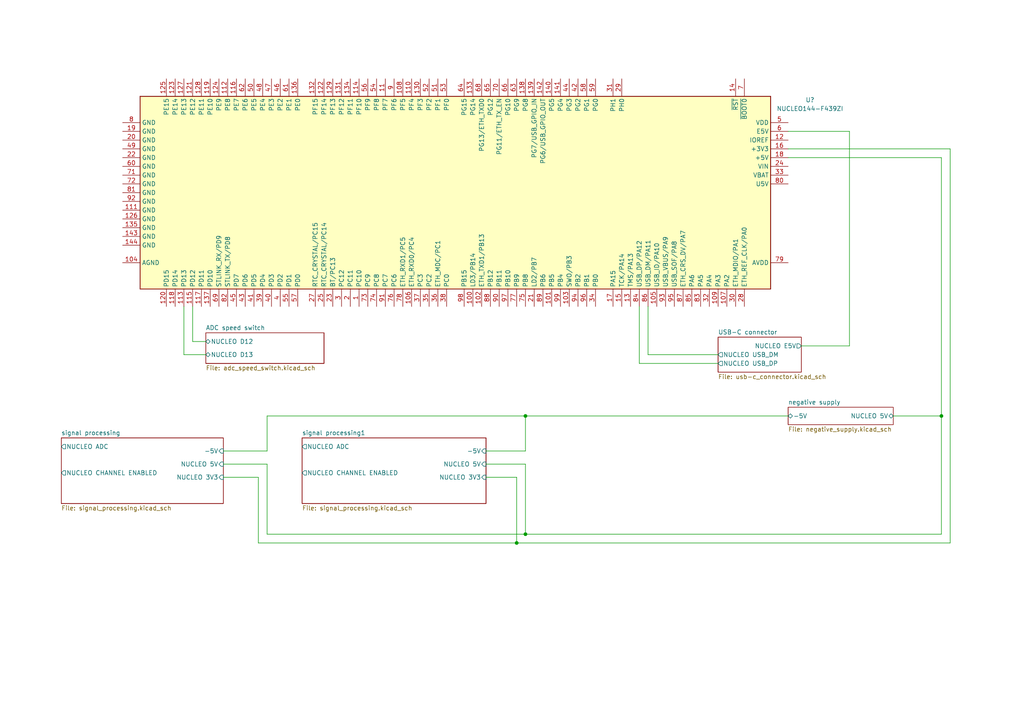
<source format=kicad_sch>
(kicad_sch (version 20211123) (generator eeschema)
  (paper "A4")
  (lib_symbols
    (symbol "MCU_Module:NUCLEO144-F439ZI"
      (property "Reference" "U" (at -22.86 94.615 0))
      (property "Value" "NUCLEO144-F439ZI" (at -22.86 92.71 0))
      (symbol "NUCLEO144-F439ZI_0_1"
        (rectangle (start -27.94 -91.44) (end 27.94 91.44) (stroke (width 0.254)) (fill (type background)))
      )
      (symbol "NUCLEO144-F439ZI_1_1"
        (pin bidirectional line (at 33.02 -27.94 180) (length 5.08) (name "PC10") (number "1"))
        (pin no_connect line (at -33.02 55.88 0) (length 5.08) hide (name "NC") (number "10"))
        (pin bidirectional line (at 33.02 5.08 180) (length 5.08) (name "LD3/PB14") (number "100"))
        (pin bidirectional line (at 33.02 27.94 180) (length 5.08) (name "PB5") (number "101"))
        (pin bidirectional line (at 33.02 7.62 180) (length 5.08) (name "ETH_TXD1/PB13") (number "102"))
        (pin bidirectional line (at 33.02 33.02 180) (length 5.08) (name "SWO/PB3") (number "103"))
        (pin power_in line (at 20.32 -96.52 90) (length 5.08) (name "AGND") (number "104"))
        (pin bidirectional line (at 33.02 58.42 180) (length 5.08) (name "USB_ID/PA10") (number "105"))
        (pin bidirectional line (at 33.02 -12.7 180) (length 5.08) (name "ETH_RXD0/PC4") (number "106"))
        (pin bidirectional line (at 33.02 78.74 180) (length 5.08) (name "PA2") (number "107"))
        (pin bidirectional line (at -33.02 -15.24 0) (length 5.08) (name "PF5") (number "108"))
        (pin bidirectional line (at 33.02 76.2 180) (length 5.08) (name "PA3") (number "109"))
        (pin bidirectional line (at -33.02 -20.32 0) (length 5.08) (name "PF7") (number "11"))
        (pin bidirectional line (at -33.02 -12.7 0) (length 5.08) (name "PF4") (number "110"))
        (pin power_in line (at 5.08 -96.52 90) (length 5.08) (name "GND") (number "111"))
        (pin bidirectional line (at -33.02 -66.04 0) (length 5.08) (name "PE8") (number "112"))
        (pin bidirectional line (at 33.02 -78.74 180) (length 5.08) (name "PD13") (number "113"))
        (pin bidirectional line (at -33.02 -27.94 0) (length 5.08) (name "PF10") (number "114"))
        (pin bidirectional line (at 33.02 -76.2 180) (length 5.08) (name "PD12") (number "115"))
        (pin bidirectional line (at -33.02 -63.5 0) (length 5.08) (name "PE7") (number "116"))
        (pin bidirectional line (at 33.02 -73.66 180) (length 5.08) (name "PD11") (number "117"))
        (pin bidirectional line (at 33.02 -81.28 180) (length 5.08) (name "PD14") (number "118"))
        (pin bidirectional line (at -33.02 -71.12 0) (length 5.08) (name "PE10") (number "119"))
        (pin power_in line (at -15.24 96.52 270) (length 5.08) (name "IOREF") (number "12"))
        (pin bidirectional line (at 33.02 -83.82 180) (length 5.08) (name "PD15") (number "120"))
        (pin bidirectional line (at -33.02 -76.2 0) (length 5.08) (name "PE12") (number "121"))
        (pin bidirectional line (at -33.02 -38.1 0) (length 5.08) (name "PF14") (number "122"))
        (pin bidirectional line (at -33.02 -81.28 0) (length 5.08) (name "PE14") (number "123"))
        (pin bidirectional line (at -33.02 -68.58 0) (length 5.08) (name "PE9") (number "124"))
        (pin bidirectional line (at -33.02 -83.82 0) (length 5.08) (name "PE15") (number "125"))
        (pin power_in line (at 7.62 -96.52 90) (length 5.08) (name "GND") (number "126"))
        (pin bidirectional line (at -33.02 -78.74 0) (length 5.08) (name "PE13") (number "127"))
        (pin bidirectional line (at -33.02 -73.66 0) (length 5.08) (name "PE11") (number "128"))
        (pin bidirectional line (at -33.02 -35.56 0) (length 5.08) (name "PF13") (number "129"))
        (pin bidirectional line (at 33.02 50.8 180) (length 5.08) (name "TMS/PA13") (number "13"))
        (pin bidirectional line (at -33.02 -10.16 0) (length 5.08) (name "PF3") (number "130"))
        (pin bidirectional line (at -33.02 -33.02 0) (length 5.08) (name "PF12") (number "131"))
        (pin bidirectional line (at -33.02 -40.64 0) (length 5.08) (name "PF15") (number "132"))
        (pin bidirectional line (at -33.02 5.08 0) (length 5.08) (name "PG14") (number "133"))
        (pin bidirectional line (at -33.02 -30.48 0) (length 5.08) (name "PF11") (number "134"))
        (pin power_in line (at 10.16 -96.52 90) (length 5.08) (name "GND") (number "135"))
        (pin bidirectional line (at -33.02 -45.72 0) (length 5.08) (name "PE0") (number "136"))
        (pin bidirectional line (at 33.02 -71.12 180) (length 5.08) (name "PD10") (number "137"))
        (pin bidirectional line (at -33.02 20.32 0) (length 5.08) (name "PG8") (number "138"))
        (pin bidirectional line (at -33.02 22.86 0) (length 5.08) (name "PG7/USB_GPIO_IN") (number "139"))
        (pin input line (at -33.02 81.28 0) (length 5.08) (name "~{RST}") (number "14"))
        (pin bidirectional line (at -33.02 27.94 0) (length 5.08) (name "PG5") (number "140"))
        (pin bidirectional line (at -33.02 30.48 0) (length 5.08) (name "PG4") (number "141"))
        (pin bidirectional line (at -33.02 25.4 0) (length 5.08) (name "PG6/USB_GPIO_OUT") (number "142"))
        (pin power_in line (at 12.7 -96.52 90) (length 5.08) (name "GND") (number "143"))
        (pin power_in line (at 15.24 -96.52 90) (length 5.08) (name "GND") (number "144"))
        (pin bidirectional line (at 33.02 48.26 180) (length 5.08) (name "TCK/PA14") (number "15"))
        (pin power_in line (at -12.7 96.52 270) (length 5.08) (name "+3V3") (number "16"))
        (pin bidirectional line (at 33.02 45.72 180) (length 5.08) (name "PA15") (number "17"))
        (pin power_in line (at -10.16 96.52 270) (length 5.08) (name "+5V") (number "18"))
        (pin power_in line (at -17.78 -96.52 90) (length 5.08) (name "GND") (number "19"))
        (pin bidirectional line (at 33.02 -30.48 180) (length 5.08) (name "PC11") (number "2"))
        (pin power_in line (at -15.24 -96.52 90) (length 5.08) (name "GND") (number "20"))
        (pin bidirectional line (at 33.02 22.86 180) (length 5.08) (name "LD2/PB7") (number "21"))
        (pin power_in line (at -10.16 -96.52 90) (length 5.08) (name "GND") (number "22"))
        (pin bidirectional line (at 33.02 -35.56 180) (length 5.08) (name "BT/PC13") (number "23"))
        (pin power_in line (at -7.62 96.52 270) (length 5.08) (name "VIN") (number "24"))
        (pin bidirectional line (at 33.02 -38.1 180) (length 5.08) (name "RTC_CRYSTAL/PC14") (number "25"))
        (pin no_connect line (at -33.02 58.42 0) (length 5.08) hide (name "NC") (number "26"))
        (pin bidirectional line (at 33.02 -40.64 180) (length 5.08) (name "RTC_CRYSTAL/PC15") (number "27"))
        (pin bidirectional line (at 33.02 83.82 180) (length 5.08) (name "ETH_REF_CLK/PA0") (number "28"))
        (pin bidirectional line (at -33.02 48.26 0) (length 5.08) (name "PH0") (number "29"))
        (pin bidirectional line (at 33.02 -33.02 180) (length 5.08) (name "PC12") (number "3"))
        (pin bidirectional line (at 33.02 81.28 180) (length 5.08) (name "ETH_MDIO/PA1") (number "30"))
        (pin bidirectional line (at -33.02 45.72 0) (length 5.08) (name "PH1") (number "31"))
        (pin bidirectional line (at 33.02 73.66 180) (length 5.08) (name "PA4") (number "32"))
        (pin power_in line (at -5.08 96.52 270) (length 5.08) (name "VBAT") (number "33"))
        (pin bidirectional line (at 33.02 40.64 180) (length 5.08) (name "PB0") (number "34"))
        (pin bidirectional line (at 33.02 -7.62 180) (length 5.08) (name "PC2") (number "35"))
        (pin bidirectional line (at 33.02 -5.08 180) (length 5.08) (name "ETH_MDC/PC1") (number "36"))
        (pin bidirectional line (at 33.02 -10.16 180) (length 5.08) (name "PC3") (number "37"))
        (pin bidirectional line (at 33.02 -2.54 180) (length 5.08) (name "PC0") (number "38"))
        (pin bidirectional line (at 33.02 -55.88 180) (length 5.08) (name "PD4") (number "39"))
        (pin bidirectional line (at 33.02 -50.8 180) (length 5.08) (name "PD2") (number "4"))
        (pin bidirectional line (at 33.02 -53.34 180) (length 5.08) (name "PD3") (number "40"))
        (pin bidirectional line (at 33.02 -58.42 180) (length 5.08) (name "PD5") (number "41"))
        (pin bidirectional line (at -33.02 35.56 0) (length 5.08) (name "PG2") (number "42"))
        (pin bidirectional line (at 33.02 -60.96 180) (length 5.08) (name "PD6") (number "43"))
        (pin bidirectional line (at -33.02 33.02 0) (length 5.08) (name "PG3") (number "44"))
        (pin bidirectional line (at 33.02 -63.5 180) (length 5.08) (name "PD7") (number "45"))
        (pin bidirectional line (at -33.02 -50.8 0) (length 5.08) (name "PE2") (number "46"))
        (pin bidirectional line (at -33.02 -53.34 0) (length 5.08) (name "PE3") (number "47"))
        (pin bidirectional line (at -33.02 -55.88 0) (length 5.08) (name "PE4") (number "48"))
        (pin power_in line (at -12.7 -96.52 90) (length 5.08) (name "GND") (number "49"))
        (pin power_in line (at -20.32 96.52 270) (length 5.08) (name "VDD") (number "5"))
        (pin bidirectional line (at -33.02 -58.42 0) (length 5.08) (name "PE5") (number "50"))
        (pin bidirectional line (at -33.02 -5.08 0) (length 5.08) (name "PF1") (number "51"))
        (pin bidirectional line (at -33.02 -7.62 0) (length 5.08) (name "PF2") (number "52"))
        (pin bidirectional line (at -33.02 -2.54 0) (length 5.08) (name "PF0") (number "53"))
        (pin bidirectional line (at -33.02 -22.86 0) (length 5.08) (name "PF8") (number "54"))
        (pin bidirectional line (at 33.02 -48.26 180) (length 5.08) (name "PD1") (number "55"))
        (pin bidirectional line (at -33.02 -25.4 0) (length 5.08) (name "PF9") (number "56"))
        (pin bidirectional line (at 33.02 -45.72 180) (length 5.08) (name "PD0") (number "57"))
        (pin bidirectional line (at -33.02 38.1 0) (length 5.08) (name "PG1") (number "58"))
        (pin bidirectional line (at -33.02 40.64 0) (length 5.08) (name "PG0") (number "59"))
        (pin power_in line (at -17.78 96.52 270) (length 5.08) (name "E5V") (number "6"))
        (pin power_in line (at -7.62 -96.52 90) (length 5.08) (name "GND") (number "60"))
        (pin bidirectional line (at -33.02 -48.26 0) (length 5.08) (name "PE1") (number "61"))
        (pin bidirectional line (at -33.02 -60.96 0) (length 5.08) (name "PE6") (number "62"))
        (pin bidirectional line (at -33.02 17.78 0) (length 5.08) (name "PG9") (number "63"))
        (pin bidirectional line (at -33.02 2.54 0) (length 5.08) (name "PG15") (number "64"))
        (pin bidirectional line (at -33.02 10.16 0) (length 5.08) (name "PG12") (number "65"))
        (pin bidirectional line (at -33.02 15.24 0) (length 5.08) (name "PG10") (number "66"))
        (pin no_connect line (at -33.02 53.34 0) (length 5.08) hide (name "NC") (number "67"))
        (pin bidirectional line (at -33.02 7.62 0) (length 5.08) (name "PG13/ETH_TXD0") (number "68"))
        (pin bidirectional line (at 33.02 -68.58 180) (length 5.08) (name "STLINK_RX/PD9") (number "69"))
        (pin input line (at -33.02 83.82 0) (length 5.08) (name "~{BOOT0}") (number "7"))
        (pin bidirectional line (at -33.02 12.7 0) (length 5.08) (name "PG11/ETH_TX_EN") (number "70"))
        (pin power_in line (at -5.08 -96.52 90) (length 5.08) (name "GND") (number "71"))
        (pin power_in line (at -2.54 -96.52 90) (length 5.08) (name "GND") (number "72"))
        (pin bidirectional line (at 33.02 -25.4 180) (length 5.08) (name "PC9") (number "73"))
        (pin bidirectional line (at 33.02 -22.86 180) (length 5.08) (name "PC8") (number "74"))
        (pin bidirectional line (at 33.02 20.32 180) (length 5.08) (name "PB8") (number "75"))
        (pin bidirectional line (at 33.02 -17.78 180) (length 5.08) (name "PC6") (number "76"))
        (pin bidirectional line (at 33.02 17.78 180) (length 5.08) (name "PB9") (number "77"))
        (pin bidirectional line (at 33.02 -15.24 180) (length 5.08) (name "ETH_RXD1/PC5") (number "78"))
        (pin power_in line (at 20.32 96.52 270) (length 5.08) (name "AVDD") (number "79"))
        (pin power_in line (at -20.32 -96.52 90) (length 5.08) (name "GND") (number "8"))
        (pin power_in line (at -2.54 96.52 270) (length 5.08) (name "U5V") (number "80"))
        (pin power_in line (at 0 -96.52 90) (length 5.08) (name "GND") (number "81"))
        (pin bidirectional line (at 33.02 -66.04 180) (length 5.08) (name "STLINK_TX/PD8") (number "82"))
        (pin bidirectional line (at 33.02 71.12 180) (length 5.08) (name "PA5") (number "83"))
        (pin bidirectional line (at 33.02 53.34 180) (length 5.08) (name "USB_DP/PA12") (number "84"))
        (pin bidirectional line (at 33.02 68.58 180) (length 5.08) (name "PA6") (number "85"))
        (pin bidirectional line (at 33.02 55.88 180) (length 5.08) (name "USB_DM/PA11") (number "86"))
        (pin bidirectional line (at 33.02 66.04 180) (length 5.08) (name "ETH_CRS_DV/PA7") (number "87"))
        (pin bidirectional line (at 33.02 10.16 180) (length 5.08) (name "PB12") (number "88"))
        (pin bidirectional line (at 33.02 25.4 180) (length 5.08) (name "PB6") (number "89"))
        (pin bidirectional line (at -33.02 -17.78 0) (length 5.08) (name "PF6") (number "9"))
        (pin bidirectional line (at 33.02 12.7 180) (length 5.08) (name "PB11") (number "90"))
        (pin bidirectional line (at 33.02 -20.32 180) (length 5.08) (name "PC7") (number "91"))
        (pin power_in line (at 2.54 -96.52 90) (length 5.08) (name "GND") (number "92"))
        (pin bidirectional line (at 33.02 60.96 180) (length 5.08) (name "USB_VBUS/PA9") (number "93"))
        (pin bidirectional line (at 33.02 35.56 180) (length 5.08) (name "PB2") (number "94"))
        (pin bidirectional line (at 33.02 63.5 180) (length 5.08) (name "USB_SOF/PA8") (number "95"))
        (pin bidirectional line (at 33.02 38.1 180) (length 5.08) (name "PB1") (number "96"))
        (pin bidirectional line (at 33.02 15.24 180) (length 5.08) (name "PB10") (number "97"))
        (pin bidirectional line (at 33.02 2.54 180) (length 5.08) (name "PB15") (number "98"))
        (pin bidirectional line (at 33.02 30.48 180) (length 5.08) (name "PB4") (number "99"))
      )
    )
  )
  (junction (at 152.4 154.94))
  (junction (at 152.4 120.65))
  (junction (at 149.86 157.48))
  (junction (at 273.05 120.65))
  (wire (pts (xy 64.77 138.43) (xy 74.93 138.43)))
  (wire (pts (xy 140.97 138.43) (xy 149.86 138.43)))
  (wire (pts (xy 74.93 138.43) (xy 74.93 157.48)))
  (wire (pts (xy 140.97 134.62) (xy 152.4 134.62)))
  (wire (pts (xy 152.4 154.94) (xy 273.05 154.94)))
  (wire (pts (xy 152.4 120.65) (xy 152.4 130.81)))
  (wire (pts (xy 273.05 120.65) (xy 259.08 120.65)))
  (wire (pts (xy 228.6 120.65) (xy 152.4 120.65)))
  (wire (pts (xy 140.97 130.81) (xy 152.4 130.81)))
  (wire (pts (xy 187.96 88.9) (xy 187.96 102.87)))
  (wire (pts (xy 149.86 138.43) (xy 149.86 157.48)))
  (wire (pts (xy 273.05 154.94) (xy 273.05 120.65)))
  (wire (pts (xy 275.59 157.48) (xy 149.86 157.48)))
  (wire (pts (xy 228.6 38.1) (xy 246.38 38.1)))
  (wire (pts (xy 246.38 38.1) (xy 246.38 100.33)))
  (wire (pts (xy 53.34 102.87) (xy 59.69 102.87)))
  (wire (pts (xy 64.77 134.62) (xy 77.47 134.62)))
  (wire (pts (xy 55.88 99.06) (xy 55.88 88.9)))
  (wire (pts (xy 185.42 88.9) (xy 185.42 105.41)))
  (wire (pts (xy 53.34 88.9) (xy 53.34 102.87)))
  (wire (pts (xy 187.96 102.87) (xy 208.28 102.87)))
  (wire (pts (xy 232.41 100.33) (xy 246.38 100.33)))
  (wire (pts (xy 77.47 154.94) (xy 152.4 154.94)))
  (wire (pts (xy 149.86 157.48) (xy 74.93 157.48)))
  (wire (pts (xy 185.42 105.41) (xy 208.28 105.41)))
  (wire (pts (xy 152.4 120.65) (xy 77.47 120.65)))
  (wire (pts (xy 228.6 43.18) (xy 275.59 43.18)))
  (wire (pts (xy 152.4 134.62) (xy 152.4 154.94)))
  (wire (pts (xy 275.59 43.18) (xy 275.59 157.48)))
  (wire (pts (xy 228.6 45.72) (xy 273.05 45.72)))
  (wire (pts (xy 273.05 45.72) (xy 273.05 120.65)))
  (wire (pts (xy 64.77 130.81) (xy 77.47 130.81)))
  (wire (pts (xy 77.47 134.62) (xy 77.47 154.94)))
  (wire (pts (xy 59.69 99.06) (xy 55.88 99.06)))
  (wire (pts (xy 77.47 120.65) (xy 77.47 130.81)))
  (symbol (lib_id "MCU_Module:NUCLEO144-F439ZI") (at 132.08 55.88 270) (unit 1)
    (property "Reference" "U?" (at 234.95 28.9812 90))
    (property "Value" "NUCLEO144-F439ZI" (at 234.95 31.5212 90))
    (property "Footprint" "Module:ST_Morpho_Connector_144_STLink" (effects hide))
    (property "Datasheet" "https://www.st.com/resource/en/user_manual/dm00244518-stm32-nucleo144-boards-stmicroelectronics.pdf" (effects hide))
  )
  (sheet (at 17.78 127) (size 46.99 19.05) (stroke (width 0.1524))
    (property "Sheet name" "signal processing" (at 17.78 126.2884 0) (effects (justify left bottom)))
    (property "Sheet file" "signal_processing.kicad_sch" (at 17.78 146.6346 0) (effects (justify left top)))
    (pin "NUCLEO ADC" output (at 17.78 129.54 180))
    (pin "NUCLEO 3V3" input (at 64.77 138.43 0))
    (pin "NUCLEO CHANNEL ENABLED" output (at 17.78 137.16 180))
    (pin "NUCLEO 5V" input (at 64.77 134.62 0))
    (pin "-5V" input (at 64.77 130.81 0))
  )
  (sheet (at 208.28 97.79) (size 24.13 10.16) (stroke (width 0.1524))
    (property "Sheet name" "USB-C connector" (at 208.28 97.0784 0) (effects (justify left bottom)))
    (property "Sheet file" "usb-c_connector.kicad_sch" (at 208.28 108.5346 0) (effects (justify left top)))
    (pin "NUCLEO USB_DM" output (at 208.28 102.87 180))
    (pin "NUCLEO USB_DP" output (at 208.28 105.41 180))
    (pin "NUCLEO E5V" output (at 232.41 100.33 0))
  )
  (sheet (at 228.6 118.11) (size 30.48 5.08) (stroke (width 0.1524))
    (property "Sheet name" "negative supply" (at 228.6 117.3984 0) (effects (justify left bottom)))
    (property "Sheet file" "negative_supply.kicad_sch" (at 228.6 123.7746 0) (effects (justify left top)))
    (pin "-5V" bidirectional (at 228.6 120.65 180))
    (pin "NUCLEO 5V" bidirectional (at 259.08 120.65 0))
  )
  (sheet (at 59.69 96.52) (size 34.29 8.89) (stroke (width 0.1524))
    (property "Sheet name" "ADC speed switch" (at 59.69 95.8084 0) (effects (justify left bottom)))
    (property "Sheet file" "adc_speed_switch.kicad_sch" (at 59.69 105.9946 0) (effects (justify left top)))
    (pin "NUCLEO D12" bidirectional (at 59.69 99.06 180))
    (pin "NUCLEO D13" bidirectional (at 59.69 102.87 180))
  )
  (sheet (at 87.63 127) (size 53.34 19.05) (stroke (width 0.1524))
    (property "Sheet name" "signal processing1" (at 87.63 126.2884 0) (effects (justify left bottom)))
    (property "Sheet file" "signal_processing.kicad_sch" (at 87.63 146.6346 0) (effects (justify left top)))
    (pin "NUCLEO ADC" output (at 87.63 129.54 180))
    (pin "NUCLEO 3V3" input (at 140.97 138.43 0))
    (pin "NUCLEO CHANNEL ENABLED" output (at 87.63 137.16 180))
    (pin "NUCLEO 5V" input (at 140.97 134.62 0))
    (pin "-5V" input (at 140.97 130.81 0))
  )
)
</source>
